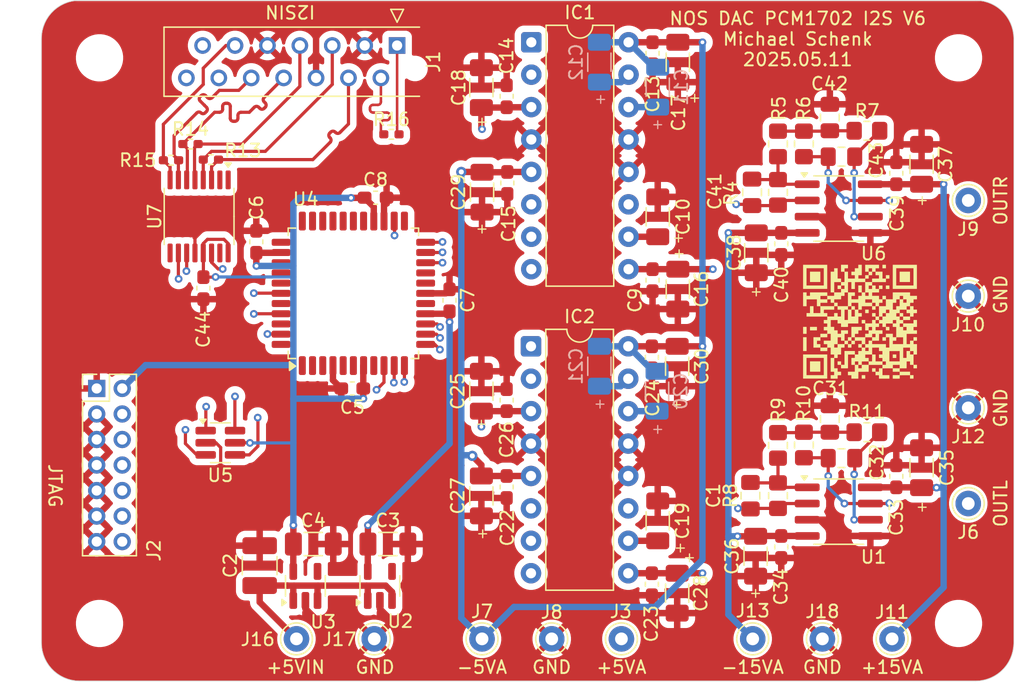
<source format=kicad_pcb>
(kicad_pcb (version 20241229) (generator "pcbnew") (generator_version "9.0")
  (layers (0 "F.Cu" mixed) (4 "In1.Cu" signal) (6 "In2.Cu" signal) (2 "B.Cu" mixed) (13 "F.Paste" user) (15 "B.Paste" user) (5 "F.SilkS" user "F.Silkscreen") (7 "B.SilkS" user "B.Silkscreen") (1 "F.Mask" user) (3 "B.Mask" user) (25 "Edge.Cuts" user))
  (net 0 "")
  (net 1 "GND")
  (net 2 "+3V3")
  (net 3 "+1V8")
  (net 4 "Net-(IC2-IOUT)")
  (net 5 "JTAG_TCK")
  (net 6 "JTAG_TDO")
  (net 7 "JTAG_TDI")
  (net 8 "JTAG_TMS")
  (net 10 "BCK")
  (net 11 "LRCK")
  (net 12 "DATAIN")
  (net 13 "DATAOUTR")
  (net 14 "DATAOUTL")
  (net 15 "+5VA")
  (net 16 "Net-(J16-Pin_1)")
  (net 17 "-5VA")
  (net 18 "Net-(IC1-BPO)")
  (net 19 "Net-(IC1-SERV)")
  (net 20 "-15V")
  (net 21 "+15V")
  (net 22 "Net-(IC1-REF)")
  (net 23 "Net-(IC2-BPO)")
  (net 24 "Net-(IC2-SERV)")
  (net 25 "LEOUTR")
  (net 26 "CLKOUTR")
  (net 27 "LEOUTL")
  (net 28 "CLKOUTL")
  (net 29 "Net-(C1-Pad2)")
  (net 30 "Net-(IC2-REF)")
  (net 31 "Net-(C31-Pad1)")
  (net 32 "Net-(U1B--)")
  (net 33 "Net-(J6-Pin_1)")
  (net 34 "Net-(C41-Pad2)")
  (net 35 "Net-(IC1-IOUT)")
  (net 36 "Net-(C42-Pad1)")
  (net 37 "Net-(J9-Pin_1)")
  (net 38 "Net-(U6B--)")
  (net 43 "SDA")
  (net 44 "SCL")
  (net 45 "/BCLK+")
  (net 46 "RESET")
  (net 47 "/MCLK-")
  (net 48 "/DATAIN-")
  (net 49 "/LRCLK+")
  (net 50 "/BCLK-")
  (net 51 "/LRCLK-")
  (net 52 "/MCLK+")
  (net 53 "/DATAIN+")
  (footprint "MountingHole:MountingHole_3.2mm_M3" (layer "F.Cu") (at 113.03 66.04)
    (property "Reference" "H1" (hide yes))
    (property "Value" "MountingHole")
  )
  (footprint "MountingHole:MountingHole_3.2mm_M3" (layer "F.Cu") (at 113.03 110.363)
    (property "Reference" "H4" (hide yes))
    (property "Value" "MountingHole")
  )
  (footprint "MountingHole:MountingHole_3.2mm_M3" (layer "F.Cu") (at 180.34 110.363)
    (property "Reference" "H3" (hide yes))
    (property "Value" "MountingHole")
  )
  (footprint "MountingHole:MountingHole_3.2mm_M3" (layer "F.Cu") (at 180.34 66.04)
    (property "Reference" "H2" (hide yes))
    (property "Value" "MountingHole")
  )
  (footprint "Capacitor_SMD:C_0603_1608Metric_Pad1.08x0.95mm_HandSolder" (layer "F.Cu") (at 132.8344 91.948)
    (property "Reference" "C5")
    (property "Value" "1uF")
  )
  (footprint "Package_QFP:TQFP-44_10x10mm_P0.8mm" (layer "F.Cu") (at 132.9199 84.4936 90)
    (property "Reference" "U4")
    (property "Value" "XC2C64A-xVQ44")
  )
  (footprint "Capacitor_SMD:C_0603_1608Metric_Pad1.08x0.95mm_HandSolder" (layer "F.Cu") (at 125.3149 80.4559 -90)
    (property "Reference" "C6")
    (property "Value" "1uF")
  )
  (footprint "Capacitor_SMD:C_0603_1608Metric_Pad1.08x0.95mm_HandSolder" (layer "F.Cu") (at 140.4533 85.0403 -90)
    (property "Reference" "C7")
    (property "Value" "1uF")
  )
  (footprint "Capacitor_SMD:C_0603_1608Metric_Pad1.08x0.95mm_HandSolder" (layer "F.Cu") (at 134.661 77.0004 180)
    (property "Reference" "C8")
    (property "Value" "1uF")
  )
  (footprint "Connector_PinHeader_2.00mm:PinHeader_2x07_P2.00mm_Vertical" (layer "F.Cu") (at 112.808 91.948)
    (property "Reference" "J2")
    (property "Value" "Conn_02x07_Odd_Even")
  )
  (footprint "Package_TO_SOT_SMD:SC-74-6_1.55x2.9mm_P0.95mm" (layer "F.Cu") (at 122.497 96.2025)
    (property "Reference" "U5")
    (property "Value" "CM1293A−04SO")
  )
  (footprint "Connector_Pin:Pin_D1.0mm_L10.0mm" (layer "F.Cu") (at 181.102 84.709)
    (property "Reference" "J10")
    (property "Value" "GND")
  )
  (footprint "Connector_Pin:Pin_D1.0mm_L10.0mm" (layer "F.Cu") (at 175.133 111.5695)
    (property "Reference" "J11")
    (property "Value" "+15VAIN")
  )
  (footprint "Connector_Pin:Pin_D1.0mm_L10.0mm" (layer "F.Cu") (at 164.211 111.5695)
    (property "Reference" "J13")
    (property "Value" "-15VAIN")
  )
  (footprint "Connector_Pin:Pin_D1.0mm_L10.0mm" (layer "F.Cu") (at 169.672 111.5695)
    (property "Reference" "J18")
    (property "Value" "GND")
  )
  (footprint "Capacitor_SMD:C_1206_3216Metric_Pad1.33x1.80mm_HandSolder" (layer "F.Cu") (at 156.7688 102.3235 90)
    (property "Reference" "C19")
    (property "Value" "100uF")
  )
  (footprint "Package_DIP:DIP-16_W7.62mm" (layer "F.Cu") (at 146.838299 88.646)
    (property "Reference" "IC2")
    (property "Value" "PCM1702P")
  )
  (footprint "Connector_Pin:Pin_D1.0mm_L10.0mm" (layer "F.Cu") (at 181.102 100.965)
    (property "Reference" "J6")
    (property "Value" "OUT")
  )
  (footprint "Connector_Pin:Pin_D1.0mm_L10.0mm" (layer "F.Cu") (at 181.102 93.472)
    (property "Reference" "J12")
    (property "Value" "GND")
  )
  (footprint "Capacitor_SMD:C_0805_2012Metric_Pad1.18x1.45mm_HandSolder" (layer "F.Cu") (at 164.0332 100.3515 90)
    (property "Reference" "C1")
    (property "Value" "47p")
  )
  (footprint "Capacitor_SMD:C_0805_2012Metric_Pad1.18x1.45mm_HandSolder" (layer "F.Cu") (at 170.2562 94.3395 90)
    (property "Reference" "C31")
    (property "Value" "1n")
  )
  (footprint "Capacitor_SMD:C_0805_2012Metric_Pad1.18x1.45mm_HandSolder" (layer "F.Cu") (at 171.1667 97.409)
    (property "Reference" "C32")
    (property "Value" "270p")
  )
  (footprint "Capacitor_SMD:C_1206_3216Metric_Pad1.33x1.80mm_HandSolder" (layer "F.Cu") (at 177.4444 98.1579 90)
    (property "Reference" "C35")
    (property "Value" "10uF/25V")
  )
  (footprint "Capacitor_SMD:C_1206_3216Metric_Pad1.33x1.80mm_HandSolder" (layer "F.Cu") (at 164.4396 105.0929 90)
    (property "Reference" "C36")
    (property "Value" "10uF/25V")
  )
  (footprint "Resistor_SMD:R_0805_2012Metric_Pad1.20x1.40mm_HandSolder" (layer "F.Cu") (at 166.1922 100.346 -90)
    (property "Reference" "R8")
    (property "Value" "2.5k")
  )
  (footprint "Resistor_SMD:R_0805_2012Metric_Pad1.20x1.40mm_HandSolder" (layer "F.Cu") (at 166.1922 96.409 -90)
    (property "Reference" "R9")
    (property "Value" "4.7k")
  )
  (footprint "Resistor_SMD:R_0805_2012Metric_Pad1.20x1.40mm_HandSolder" (layer "F.Cu") (at 168.2242 96.377 -90)
    (property "Reference" "R10")
    (property "Value" "4.7k")
  )
  (footprint "Resistor_SMD:R_0805_2012Metric_Pad1.20x1.40mm_HandSolder" (layer "F.Cu") (at 173.1612 95.377 180)
    (property "Reference" "R11")
    (property "Value" "2k")
  )
  (footprint "Capacitor_SMD:C_0603_1608Metric_Pad1.08x0.95mm_HandSolder" (layer "F.Cu") (at 175.4632 98.8325 90)
    (property "Reference" "C33")
    (property "Value" "1uF")
  )
  (footprint "Capacitor_SMD:C_0603_1608Metric_Pad1.08x0.95mm_HandSolder" (layer "F.Cu") (at 166.4462 104.3675 90)
    (property "Reference" "C34")
    (property "Value" "1uF")
  )
  (footprint "Package_SO:SOIC-8_3.9x4.9mm_P1.27mm" (layer "F.Cu") (at 170.9562 101.6)
    (property "Reference" "U1")
    (property "Value" "OPA1612")
  )
  (footprint "Capacitor_SMD:C_1206_3216Metric_Pad1.33x1.80mm_HandSolder" (layer "F.Cu") (at 142.9512 92.1635 90)
    (property "Reference" "C25")
    (property "Value" "10uF/10V")
  )
  (footprint "Capacitor_SMD:C_1206_3216Metric_Pad1.33x1.80mm_HandSolder" (layer "F.Cu") (at 142.9512 100.3685 90)
    (property "Reference" "C27")
    (property "Value" "10uF/10V")
  )
  (footprint "Capacitor_SMD:C_1206_3216Metric_Pad1.33x1.80mm_HandSolder" (layer "F.Cu") (at 158.2928 107.9885 -90)
    (property "Reference" "C28")
    (property "Value" "10uF/25V")
  )
  (footprint "Capacitor_SMD:C_1206_3216Metric_Pad1.33x1.80mm_HandSolder" (layer "F.Cu") (at 158.2928 90.2085 90)
    (property "Reference" "C30")
    (property "Value" "10uF/25V")
  )
  (footprint "Capacitor_SMD:C_1206_3216Metric_Pad1.33x1.80mm_HandSolder" (layer "F.Cu") (at 158.3436 84.1633 -90)
    (property "Reference" "C16")
    (property "Value" "10uF/10V")
  )
  (footprint "Capacitor_SMD:C_1206_3216Metric_Pad1.33x1.80mm_HandSolder" (layer "F.Cu") (at 158.3436 66.3833 90)
    (property "Reference" "C17")
    (property "Value" "10uF/10V")
  )
  (footprint "Capacitor_SMD:C_1206_3216Metric_Pad1.33x1.80mm_HandSolder" (layer "F.Cu") (at 142.9512 68.3744 90)
    (property "Reference" "C18")
    (property "Value" "10uF/10V")
  )
  (footprint "Capacitor_SMD:C_1206_3216Metric_Pad1.33x1.80mm_HandSolder" (layer "F.Cu") (at 143.002 76.5679 90)
    (property "Reference" "C29")
    (property "Value" "10uF/25V")
  )
  (footprint "Capacitor_SMD:C_1206_3216Metric_Pad1.33x1.80mm_HandSolder" (layer "F.Cu") (at 177.4444 74.3835 90)
    (property "Reference" "C37")
    (property "Value" "10uF/25V")
  )
  (footprint "Resistor_SMD:R_0805_2012Metric_Pad1.20x1.40mm_HandSolder" (layer "F.Cu") (at 173.1612 71.755 180)
    (property "Reference" "R7")
    (property "Value" "2k")
  )
  (footprint "Resistor_SMD:R_0805_2012Metric_Pad1.20x1.40mm_HandSolder" (layer "F.Cu") (at 166.1922 76.581 -90)
    (property "Reference" "R4")
    (property "Value" "2.5k")
  )
  (footprint "Capacitor_SMD:C_0603_1608Metric_Pad1.08x0.95mm_HandSolder" (layer "F.Cu") (at 156.3624 83.4633 -90)
    (property "Reference" "C9")
    (property "Value" "1uF")
  )
  (footprint "Capacitor_SMD:C_0603_1608Metric_Pad1.08x0.95mm_HandSolder" (layer "F.Cu") (at 144.9324 92.8635 90)
    (property "Reference" "C26")
    (property "Value" "1uF")
  )
  (footprint "Capacitor_SMD:C_0603_1608Metric_Pad1.08x0.95mm_HandSolder" (layer "F.Cu") (at 156.3116 89.5085 -90)
    (property "Reference" "C24")
    (property "Value" "1uF")
  )
  (footprint "Package_SO:SOIC-8_3.9x4.9mm_P1.27mm" (layer "F.Cu") (at 170.9547 77.851)
    (property "Reference" "U6")
    (property "Value" "OPA1612")
  )
  (footprint "Capacitor_SMD:C_0603_1608Metric_Pad1.08x0.95mm_HandSolder" (layer "F.Cu") (at 156.3116 107.2885 -90)
    (property "Reference" "C23")
    (property "Value" "1uF")
  )
  (footprint "Capacitor_SMD:C_0603_1608Metric_Pad1.08x0.95mm_HandSolder" (layer "F.Cu") (at 144.9324 99.6685 -90)
    (property "Reference" "C22")
    (property "Value" "1uF")
  )
  (footprint "Capacitor_SMD:C_0603_1608Metric_Pad1.08x0.95mm_HandSolder" (layer "F.Cu") (at 144.9832 75.8455 -90)
    (property "Reference" "C15")
    (property "Value" "1uF")
  )
  (footprint "Capacitor_SMD:C_0603_1608Metric_Pad1.08x0.95mm_HandSolder" (layer "F.Cu") (at 144.9324 69.051 90)
    (property "Reference" "C14")
    (property "Value" "1uF")
  )
  (footprint "Capacitor_SMD:C_0805_2012Metric_Pad1.18x1.45mm_HandSolder" (layer "F.Cu") (at 171.1667 73.787)
    (property "Reference" "C43")
    (property "Value" "270p")
  )
  (footprint "Resistor_SMD:R_0805_2012Metric_Pad1.20x1.40mm_HandSolder" (layer "F.Cu") (at 166.1922 72.787 -90)
    (property "Reference" "R5")
    (property "Value" "4.7k")
  )
  (footprint "Capacitor_SMD:C_0805_2012Metric_Pad1.18x1.45mm_HandSolder" (layer "F.Cu") (at 170.2562 70.7175 90)
    (property "Reference" "C42")
    (property "Value" "1n")
  )
  (footprint "Resistor_SMD:R_0805_2012Metric_Pad1.20x1.40mm_HandSolder" (layer "F.Cu") (at 168.2242 72.787 -90)
    (property "Reference" "R6")
    (property "Value" "4.7k")
  )
  (footprint "Capacitor_SMD:C_0805_2012Metric_Pad1.18x1.45mm_HandSolder" (layer "F.Cu") (at 164.1602 76.581 90)
    (property "Reference" "C41")
    (property "Value" "47p")
  )
  (footprint "Capacitor_SMD:C_0603_1608Metric_Pad1.08x0.95mm_HandSolder" (layer "F.Cu") (at 166.4462 80.6185 90)
    (property "Reference" "C40")
    (property "Value" "1uF")
  )
  (footprint "Capacitor_SMD:C_0603_1608Metric_Pad1.08x0.95mm_HandSolder" (layer "F.Cu") (at 156.3624 65.6833 -90)
    (property "Reference" "C13")
    (property "Value" "1uF")
  )
  (footprint "Capacitor_SMD:C_0603_1608Metric_Pad1.08x0.95mm_HandSolder" (layer "F.Cu") (at 175.4632 75.0835 90)
    (property "Reference" "C39")
    (property "Value" "1uF")
  )
  (footprint "Capacitor_SMD:C_1206_3216Metric_Pad1.33x1.80mm_HandSolder" (layer "F.Cu") (at 164.4904 81.3185 90)
    (property "Reference" "C38")
    (property "Value" "10uF/25V")
  )
  (footprint "Package_DIP:DIP-16_W7.62mm" (layer "F.Cu") (at 146.8628 64.821001)
    (property "Reference" "IC1")
    (property "Value" "PCM1702P")
  )
  (footprint "Capacitor_SMD:C_1206_3216Metric_Pad1.33x1.80mm_HandSolder" (layer "F.Cu") (at 156.7688 78.4983 90)
    (property "Reference" "C10")
    (property "Value" "100uF")
  )
  (footprint "Connector_Pin:Pin_D1.0mm_L10.0mm" (layer "F.Cu") (at 153.924 111.5695)
    (property "Reference" "J3")
    (property "Value" "+5VAIN")
  )
  (footprint "Connector_Pin:Pin_D1.0mm_L10.0mm" (layer "F.Cu") (at 143.002 111.5695)
    (property "Reference" "J7")
    (property "Value" "-5VAIN")
  )
  (footprint "Connector_Pin:Pin_D1.0mm_L10.0mm" (layer "F.Cu") (at 148.463 111.5695)
    (property "Reference" "J8")
    (property "Value" "GND")
  )
  (footprint "Connector_Pin:Pin_D1.0mm_L10.0mm" (layer "F.Cu") (at 181.102 77.216)
    (property "Reference" "J9")
    (property "Value" "OUT")
  )
  (footprint "Connector_Pin:Pin_D1.0mm_L10.0mm" (layer "F.Cu") (at 128.4605 111.5695)
    (property "Reference" "J16")
    (property "Value" "+5VIN")
  )
  (footprint "Connector_Pin:Pin_D1.0mm_L10.0mm" (layer "F.Cu") (at 134.5565 111.5695)
    (property "Reference" "J17")
    (property "Value" "GND")
  )
  (footprint "Package_TO_SOT_SMD:SOT-23-5" (layer "F.Cu") (at 134.9985 107.4215 90)
    (property "Reference" "U2")
    (property "Value" "TC1185-1.8VCT713")
  )
  (footprint "Package_TO_SOT_SMD:SOT-23-5" (layer "F.Cu") (at 129.1615 107.4215 90)
    (property "Reference" "U3")
    (property "Value" "TC1185-3.3VCT713")
  )
  (footprint "Capacitor_SMD:C_1210_3225Metric_Pad1.33x2.70mm_HandSolder" (layer "F.Cu") (at 125.5776 105.8287 90)
    (property "Reference" "C2")
    (property "Value" "22uF/25V")
  )
  (footprint "Capacitor_SMD:C_1206_3216Metric_Pad1.33x1.80mm_HandSolder" (layer "F.Cu") (at 135.6237 104.14)
    (property "Reference" "C3")
    (property "Value" "10uF/50V")
  )
  (footprint "Capacitor_SMD:C_1206_3216Metric_Pad1.33x1.80mm_HandSolder" (layer "F.Cu") (at 129.7817 104.14)
    (property "Reference" "C4")
    (property "Value" "10uF/50V")
  )
  (footprint "Resistor_SMD:R_0402_1005Metric_Pad0.72x0.64mm_HandSolder" (layer "F.Cu") (at 120.1541 72.7964)
    (property "Reference" "R14")
    (property "Value" "100R")
  )
  (footprint "Resistor_SMD:R_0402_1005Metric_Pad0.72x0.64mm_HandSolder" (layer "F.Cu") (at 121.7555 74.0156)
    (property "Reference" "R13")
    (property "Value" "100R")
  )
  (footprint "LOGO" (layer "F.Cu") (at 172.6184 86.7156)
    (property "Reference" "G***" (hide yes))
    (property "Value" "LOGO" (hide yes))
  )
  (footprint "Resistor_SMD:R_0402_1005Metric_Pad0.72x0.64mm_HandSolder" (layer "F.Cu") (at 135.9021 72.0344)
    (property "Reference" "R16")
    (property "Value" "100R")
  )
  (footprint "Connector_TE-Connectivity:TE_Micro-MaTch_1-215079-4_2x07_P1.27mm_Vertical" (layer "F.Cu") (at 136.3472 65.0748 -90)
    (property "Reference" "J1")
    (property "Value" "Conn_01x15")
  )
  (footprint "Capacitor_SMD:C_0603_1608Metric_Pad1.08x0.95mm_HandSolder" (layer "F.Cu") (at 121.1684 84.0883 90)
    (property "Reference" "C44")
    (property "Value" "1uF")
  )
  (footprint "Resistor_SMD:R_0402_1005Metric_Pad0.72x0.64mm_HandSolder" (layer "F.Cu") (at 118.6301 74.0664)
    (property "Reference" "R15")
    (property "Value" "100R")
  )
  (footprint "Package_SO:TSSOP-16_4.4x5mm_P0.65mm" (layer "F.Cu") (at 120.833 78.4683 -90)
    (property "Reference" "U7")
    (property "Value" "FIN1048MTCX")
  )
  (footprint "Capacitor_SMD:C_1206_3216Metric_Pad1.33x1.80mm_HandSolder" (layer "B.Cu") (at 156.718 92.1635 90)
    (property "Reference" "C20")
    (property "Value" "100uF")
  )
  (footprint "Capacitor_SMD:C_1206_3216Metric_Pad1.33x1.80mm_HandSolder" (layer "B.Cu") (at 152.1968 90.2085 90)
    (property "Reference" "C21")
    (property "Value" "100uF")
  )
  (footprint "Capacitor_SMD:C_1206_3216Metric_Pad1.33x1.80mm_HandSolder" (layer "B.Cu") (at 156.7688 68.3383 90)
    (property "Reference" "C11")
    (property "Value" "100uF")
  )
  (footprint "Capacitor_SMD:C_1206_3216Metric_Pad1.33x1.80mm_HandSolder" (layer "B.Cu") (at 152.1968 66.3833 90)
    (property "Reference" "C12")
    (property "Value" "100uF")
  )
  (gr_arc (start 181.67308 61.53388) (mid 183.7944 62.41256) (end 184.67308 64.53388) (stroke (width 0.05)) (layer "Edge.Cuts"))
  (gr_arc (start 111.47308 114.87388) (mid 109.35176 113.9952) (end 108.47308 111.87388) (stroke (width 0.05)) (layer "Edge.Cuts"))
  (gr_arc (start 184.67308 111.87388) (mid 183.7944 113.9952) (end 181.67308 114.87388) (stroke (width 0.05)) (layer "Edge.Cuts"))
  (gr_line (start 184.67308 64.53388) (end 184.67308 111.87388) (stroke (width 0.05)) (layer "Edge.Cuts"))
  (gr_line (start 181.67308 114.87388) (end 111.47308 114.87388) (stroke (width 0.05)) (layer "Edge.Cuts"))
  (gr_line (start 111.47308 61.53388) (end 181.67308 61.53388) (stroke (width 0.05)) (layer "Edge.Cuts"))
  (gr_line (start 108.47308 111.87388) (end 108.47308 64.53388) (stroke (width 0.05)) (layer "Edge.Cuts"))
  (gr_arc (start 108.47308 64.53388) (mid 109.35176 62.41256) (end 111.47308 61.53388) (stroke (width 0.05)) (layer "Edge.Cuts"))
  (gr_text "I2SIN" (at 127.9652 62.4332 180) (layer "F.SilkS") (effects (font (size 1 1))))
  (gr_text "GND" (at 148.463 113.792 0) (layer "F.SilkS") (effects (font (size 1 1))))
  (gr_text "+5VA" (at 153.924 113.792 0) (layer "F.SilkS") (effects (font (size 1 1))))
  (gr_text "GND" (at 169.672 113.792 0) (layer "F.SilkS") (effects (font (size 1 1))))
  (gr_text "-15VA" (at 164.211 113.792 0) (layer "F.SilkS") (effects (font (size 1 1))))
  (gr_text "+15VA" (at 175.133 113.792 0) (layer "F.SilkS") (effects (font (size 1 1))))
  (gr_text "JTAG" (at 109.5375 99.568 270) (layer "F.SilkS") (effects (font (size 1 1))))
  (gr_text "-5VA" (at 143.002 113.792 0) (layer "F.SilkS") (effects (font (size 1 1))))
  (gr_text "NOS DAC PCM1702 I2S V6\nMichael Schenk\n2025.05.11" (at 167.7416 64.5668 0) (layer "F.SilkS") (effects (font (size 1 1))))
  (gr_text "GND" (at 183.642 84.582 90) (layer "F.SilkS") (effects (font (size 1 1))))
  (gr_text "OUTR" (at 183.642 77.216 90) (layer "F.SilkS") (effects (font (size 1 1))))
  (gr_text "GND" (at 183.642 93.472 90) (layer "F.SilkS") (effects (font (size 1 1))))
  (gr_text "OUTL" (at 183.642 100.965 90) (layer "F.SilkS") (effects (font (size 1 1))))
  (gr_text "GND" (at 134.62 113.792 0) (layer "F.SilkS") (effects (font (size 1 1))))
  (gr_text "+" (at 164.4904 84.328 0) (layer "F.SilkS") (effects (font (size 0.8 0.8) (thickness 0.1))))
  (gr_text "+" (at 177.4952 101.1936 0) (layer "F.SilkS") (effects (font (size 0.8 0.8) (thickness 0.1))))
  (gr_text "+" (at 143.002 71.0184 0) (layer "F.SilkS") (effects (font (size 0.8 0.8) (thickness 0.1))))
  (gr_text "+" (at 159.258 105.156 0) (layer "F.SilkS") (effects (font (size 0.8 0.8) (thickness 0.1))))
  (gr_text "+" (at 158.4452 81.3308 0) (layer "F.SilkS") (effects (font (size 0.8 0.8) (thickness 0.1))))
  (gr_text "+" (at 159.6644 69.1388 0) (layer "F.SilkS") (effects (font (size 0.8 0.8) (thickness 0.1))))
  (gr_text "+" (at 158.5468 104.394 0) (layer "F.SilkS") (effects (font (size 0.8 0.8) (thickness 0.1))))
  (gr_text "+" (at 158.249745 93.1672 0) (layer "F.SilkS") (effects (font (size 0.8 0.8) (thickness 0.1))))
  (gr_text "+" (at 143.002 79.4004 0) (layer "F.SilkS") (effects (font (size 0.8 0.8) (thickness 0.1))))
  (gr_text "+" (at 158.3944 80.1116 0) (layer "F.SilkS") (effects (font (size 0.8 0.8) (thickness 0.1))))
  (gr_text "+" (at 177.4952 77.1652 0) (layer "F.SilkS") (effects (font (size 0.8 0.8) (thickness 0.1))))
  (gr_text "+5VIN" (at 128.397 113.792 0) (layer "F.SilkS") (effects (font (size 1 1))))
  (gr_text "+" (at 142.9512 94.6912 0) (layer "F.SilkS") (effects (font (size 0.8 0.8) (thickness 0.1))))
  (gr_text "+" (at 143.0528 103.2764 0) (layer "F.SilkS") (effects (font (size 0.8 0.8) (thickness 0.1))))
  (gr_text "+" (at 164.4396 107.95 0) (layer "F.SilkS") (effects (font (size 0.8 0.8) (thickness 0.1))))
  (gr_text "+" (at 152.2984 69.2404 -0) (layer "B.SilkS") (effects (font (size 0.8 0.8) (thickness 0.1)) (justify mirror)))
  (gr_text "+" (at 156.7688 71.2216 -0) (layer "B.SilkS") (effects (font (size 0.8 0.8) (thickness 0.1)) (justify mirror)))
  (gr_text "+" (at 156.7688 95.0976 -0) (layer "B.SilkS") (effects (font (size 0.8 0.8) (thickness 0.1)) (justify mirror)))
  (gr_text "+" (at 152.2476 93.1164 -0) (layer "B.SilkS") (effects (font (size 0.8 0.8) (thickness 0.1)) (justify mirror)))
  (segment (start 129.1615 109.1971) (end 130.302 110.3376) (width 0.5) (layer "F.Cu") (net 1))
  (segment (start 121.347 96.2025) (end 122.146999 96.2025) (width 0.25) (layer "F.Cu") (net 1))
  (segment (start 120.508 79.4108) (end 119.7356 78.6384) (width 0.25) (layer "F.Cu") (net 1))
  (segment (start 122.521 96.576501) (end 122.521 98.5434) (width 0.25) (layer "F.Cu") (net 1))
  (segment (start 134.9985 108.559) (end 134.9985 109.221499) (width 0.5) (layer "F.Cu") (net 1))
  (segment (start 135.759001 109.982) (end 136.398 109.982) (width 0.5) (layer "F.Cu") (net 1))
  (segment (start 140.1375 84.4936) (end 140.4533 84.1778) (width 0.5) (layer "F.Cu") (net 1))
  (segment (start 130.302 110.3376) (end 130.3528 110.3376) (width 0.5) (layer "F.Cu") (net 1))
  (segment (start 129.1615 108.559) (end 129.1615 109.1971) (width 0.5) (layer "F.Cu") (net 1))
  (segment (start 169.454699 78.486) (end 170.7388 79.770101) (width 0.5) (layer "F.Cu") (net 1))
  (segment (start 131.3199 90.1561) (end 131.3199 91.296) (width 0.5) (layer "F.Cu") (net 1))
  (segment (start 168.4797 78.486) (end 169.454699 78.486) (width 0.5) (layer "F.Cu") (net 1))
  (segment (start 168.4812 102.235) (end 169.456199 102.235) (width 0.5) (layer "F.Cu") (net 1))
  (segment (start 122.146999 96.2025) (end 122.521 96.576501) (width 0.25) (layer "F.Cu") (net 1))
  (segment (start 140.4533 84.1778) (end 142.441 84.1778) (width 0.5) (layer "F.Cu") (net 1))
  (segment (start 138.5824 84.4936) (end 140.1375 84.4936) (width 0.5) (layer "F.Cu") (net 1))
  (segment (start 134.9985 109.221499) (end 135.759001 109.982) (width 0.5) (layer "F.Cu") (net 1))
  (segment (start 171.0944 103.873201) (end 171.0944 105.0036) (width 0.5) (layer "F.Cu") (net 1))
  (segment (start 169.456199 102.235) (end 171.0944 103.873201) (width 0.5) (layer "F.Cu") (net 1))
  (segment (start 131.3199 91.296) (end 131.9719 91.948) (width 0.5) (layer "F.Cu") (net 1))
  (segment (start 135.3199 78.8311) (end 135.3199 77.204) (width 0.5) (layer "F.Cu") (net 1))
  (segment (start 170.7388 79.770101) (end 170.7388 81.026) (width 0.5) (layer "F.Cu") (net 1))
  (segment (start 142.441 84.1778) (end 142.5448 84.074) (width 0.5) (layer "F.Cu") (net 1))
  (segment (start 129.9972 63.1952) (end 130.302 62.8904) (width 0.5) (layer "F.Cu") (net 1))
  (segment (start 122.521 98.5434) (end 122.5296 98.552) (width 0.25) (layer "F.Cu") (net 1))
  (segment (start 135.3199 77.204) (end 135.5235 77.0004) (width 0.5) (layer "F.Cu") (net 1))
  (segment (start 120.508 81.3308) (end 120.508 79.4108) (width 0.25) (layer "F.Cu") (net 1))
  (segment (start 129.9972 67.6148) (end 129.9972 63.1952) (width 0.5) (layer "F.Cu") (net 1))
  (segment (start 121.487301 80.264) (end 122.778699 80.264) (width 0.25) (layer "F.Cu") (net 2))
  (segment (start 125.3149 81.3184) (end 127.2326 81.3184) (width 0.5) (layer "F.Cu") (net 2))
  (segment (start 121.1684 83.2258) (end 122.1078 83.2258) (width 0.25) (layer "F.Cu") (net 2))
  (segment (start 122.1078 83.2258) (end 122.1232 83.2104) (width 0.25) (layer "F.Cu") (net 2))
  (segment (start 133.6969 91.948) (end 133.6969 92.739303) (width 0.5) (layer "F.Cu") (net 2))
  (segment (start 128.2115 106.284) (end 128.2115 104.1477) (width 0.5) (layer "F.Cu") (net 2))
  (segment (start 123.647 96.2025) (end 124.8029 96.2025) (width 0.25) (layer "F.Cu") (net 2))
  (segment (start 123.108 80.593301) (end 123.108 81.3308) (width 0.25) (layer "F.Cu") (net 2))
  (segment (start 121.158 80.593301) (end 121.487301 80.264) (width 0.25) (layer "F.Cu") (net 2))
  (segment (start 121.1684 81.3412) (end 121.158 81.3308) (width 0.25) (layer "F.Cu") (net 2))
  (segment (start 134.5199 78.8311) (end 134.5199 77.7218) (width 0.5) (layer "F.Cu") (net 2))
  (segment (start 134.5199 77.7218) (end 133.7985 77.0004) (width 0.5) (layer "F.Cu") (net 2))
  (segment (start 124.8029 96.2025) (end 124.8156 96.2152) (width 0.25) (layer "F.Cu") (net 2))
  (segment (start 125.3149 81.3184) (end 125.3149 82.3381) (width 0.5) (layer "F.Cu") (net 2))
  (segment (start 125.3149 82.3381) (end 125.3236 82.3468) (width 0.5) (layer "F.Cu") (net 2))
  (segment (start 133.6969 92.739303) (end 133.7056 92.748003) (width 0.5) (layer "F.Cu") (net 2))
  (segment (start 133.6969 91.948) (end 133.6969 90.1791) (width 0.5) (layer "F.Cu") (net 2))
  (segment (start 128.2115 104.1477) (end 128.2192 104.14) (width 0.5) (layer "F.Cu") (net 2))
  (segment (start 133.7861 77.0128) (end 133.7985 77.0004) (width 0.5) (layer "F.Cu") (net 2))
  (segment (start 133.6969 90.1791) (end 133.7199 90.1561) (width 0.5) (layer "F.Cu") (net 2))
  (segment (start 132.7404 77.0128) (end 133.7861 77.0128) (width 0.5) (layer "F.Cu") (net 2))
  (segment (start 122.778699 80.264) (end 123.108 80.593301) (width 0.25) (layer "F.Cu") (net 2))
  (segment (start 128.2192 104.14) (end 128.2192 102.6668) (width 0.5) (layer "F.Cu") (net 2))
  (segment (start 127.2326 81.3184) (end 127.2574 81.2936) (width 0.5) (layer "F.Cu") (net 2))
  (segment (start 121.1684 83.2258) (end 121.1684 81.3412) (width 0.25) (layer "F.Cu") (net 2))
  (segment (start 121.158 81.3308) (end 121.158 80.593301) (width 0.25) (layer "F.Cu") (net 2))
  (via (at 125.3236 82.3468) (size 0.6) (drill 0.3) (layers "F.Cu" "B.Cu") (net 2))
  (via (at 122.1232 83.2104) (size 0.6) (drill 0.3) (layers "F.Cu" "B.Cu") (net 2))
  (via (at 124.8156 96.2152) (size 0.6) (drill 0.3) (layers "F.Cu" "B.Cu") (net 2))
  (via (at 133.7056 92.748003) (size 0.6) (drill 0.3) (layers "F.Cu" "B.Cu") (net 2))
  (via (at 132.7404 77.0128) (size 0.6) (drill 0.3) (layers "F.Cu" "B.Cu") (net 2))
  (via (at 128.2192 102.6668) (size 0.6) (drill 0.3) (layers "F.Cu" "B.Cu") (net 2))
  (segment (start 125.3236 82.3468) (end 128.2192 82.3468) (width 0.5) (layer "B.Cu") (net 2))
  (segment (start 128.6764 77.0128) (end 132.7404 77.0128) (width 0.5) (layer "B.Cu") (net 2))
  (segment (start 128.2192 83.2104) (end 128.2192 82.3468) (width 0.5) (layer "B.Cu") (net 2))
  (segment (start 122.1232 83.2104) (end 128.2192 83.2104) (width 0.25) (layer "B.Cu") (net 2))
  (segment (start 116.6368 90.1192) (end 128.2192 90.1192) (width 0.5) (layer "B.Cu") (net 2))
  (segment (start 128.2192 77.47) (end 128.6764 77.0128) (width 0.5) (layer "B.Cu") (net 2))
  (segment (start 128.231997 92.748003) (end 128.2192 92.7608) (width 0.5) (layer "B.Cu") (net 2))
  (segment (start 128.2192 92.7608) (end 128.2192 90.1192) (width 0.5) (layer "B.Cu") (net 2))
  (segment (start 133.7056 92.748003) (end 128.231997 92.748003) (width 0.5) (layer "B.Cu") (net 2))
  (segment (start 128.2192 102.6668) (end 128.2192 96.2152) (width 0.5) (layer "B.Cu") (net 2))
  (segment (start 114.808 91.948) (end 116.6368 90.1192) (width 0.5) (layer "B.Cu") (net 2))
  (segment (start 124.8156 96.2152) (end 128.2192 96.2152) (width 0.25) (layer "B.Cu") (net 2))
  (segment (start 128.2192 82.3468) (end 128.2192 77.47) (width 0.5) (layer "B.Cu") (net 2))
  (segment (start 128.2192 90.1192) (end 128.2192 83.2104) (width 0.5) (layer "B.Cu") (net 2))
  (segment (start 128.2192 96.2152) (end 128.2192 92.7608) (width 0.5) (layer "B.Cu") (net 2))
  (segment (start 134.0485 104.1527) (end 134.0612 104.14) (width 0.5) (layer "F.Cu") (net 3))
  (segment (start 140.2625 86.0936) (end 140.4533 85.9028) (width 0.5) (layer "F.Cu") (net 3))
  (segment (start 134.0612 104.14) (end 134.0612 102.6668) (width 0.5) (layer "F.Cu") (net 3))
  (segment (start 140.4533 85.9028) (end 140.4533 86.743823) (width 0.5) (layer "F.Cu") (net 3))
  (segment (start 134.0485 106.284) (end 134.0485 104.1527) (width 0.5) (layer "F.Cu") (net 3))
  (segment (start 140.4533 86.743823) (end 140.457004 86.747527) (width 0.5) (layer "F.Cu") (net 3))
  (segment (start 138.5824 86.0936) (end 140.2625 86.0936) (width 0.5) (layer "F.Cu") (net 3))
  (via (at 134.0612 102.6668) (size 0.6) (drill 0.3) (layers "F.Cu" "B.Cu") (net 3))
  (via (at 140.457004 86.747527) (size 0.6) (drill 0.3) (layers "F.Cu" "B.Cu") (net 3))
  (segment (start 134.0612 102.6668) (end 140.462 96.266) (width 0.5) (layer "B.Cu") (net 3))
  (segment (start 140.462 86.752523) (end 140.462 96.266) (width 0.5) (layer "B.Cu") (net 3))
  (segment (start 140.457004 86.747527) (end 140.462 86.752523) (width 0.5) (layer "B.Cu") (net 3))
  (segment (start 166.1922 101.346) (end 164.0762 101.346) (width 0.25) (layer "F.Cu") (net 4))
  (segment (start 164.0762 101.346) (end 164.0332 101.389) (width 0.25) (layer "F.Cu") (net 4))
  (segment (start 168.4812 100.965) (end 166.5732 100.965) (width 0.25) (layer "F.Cu") (net 4))
  (segment (start 166.5732 100.965) (end 166.1922 101.346) (width 0.25) (layer "F.Cu") (net 4))
  (segment (start 163.056 101.346) (end 163.9902 101.346) (width 0.25) (layer "F.Cu") (net 4))
  (segment (start 163.9902 101.346) (end 164.0332 101.389) (width 0.25) (layer "F.Cu") (net 4))
  (via (at 163.056 101.346) (size 0.6) (drill 0.3) (layers "F.Cu" "B.Cu") (net 4))
  (segment (start 124.763598 97.1525) (end 125.4416 96.474498) (width 0.25) (layer "F.Cu") (net 5))
  (segment (start 125.4416 94.2504) (end 125.4252 94.234) (width 0.25) (layer "F.Cu") (net 5))
  (segment (start 125.4416 96.474498) (end 125.4416 94.2504) (width 0.25) (layer "F.Cu") (net 5))
  (segment (start 136.9199 91.4261) (end 136.906 91.44) (width 0.25) (layer "F.Cu") (net 5))
  (segment (start 123.647 97.1525) (end 124.763598 97.1525) (width 0.25) (layer "F.Cu") (net 5))
  (segment (start 136.9199 90.1561) (end 136.9199 91.4261) (width 0.25) (layer "F.Cu") (net 5))
  (via (at 136.906 91.44) (size 0.6) (drill 0.3) (layers "F.Cu" "B.Cu") (net 5))
  (via (at 125.4252 94.234) (size 0.6) (drill 0.3) (layers "F.Cu" "B.Cu") (net 5))
  (segment (start 136.144 79.9592) (end 136.144 78.8552) (width 0.25) (layer "F.Cu") (net 6))
  (segment (start 121.3595 97.1525) (end 120.647 97.1525) (width 0.25) (layer "F.Cu") (net 6))
  (segment (start 119.761 96.2665) (end 119.761 95.1865) (width 0.25) (layer "F.Cu") (net 6))
  (segment (start 136.144 78.8552) (end 136.1199 78.8311) (width 0.25) (layer "F.Cu") (net 6))
  (segment (start 120.647 97.1525) (end 119.761 96.2665) (width 0.25) (layer "F.Cu") (net 6))
  (via (at 136.144 79.9592) (size 0.6) (drill 0.3) (layers "F.Cu" "B.Cu") (net 6))
  (via (at 119.761 95.1865) (size 0.6) (drill 0.3) (layers "F.Cu" "B.Cu") (net 6))
  (segment (start 123.6345 92.583) (end 123.6445 92.573) (width 0.25) (layer "F.Cu") (net 7))
  (segment (start 135.3199 90.1561) (end 135.3199 91.4641) (width 0.25) (layer "F.Cu") (net 7))
  (segment (start 123.6345 95.2525) (end 123.6345 92.583) (width 0.25) (layer "F.Cu") (net 7))
  (segment (start 135.3199 91.4641) (end 134.7344 92.0496) (width 0.25) (layer "F.Cu") (net 7))
  (via (at 134.7344 92.0496) (size 0.6) (drill 0.3) (layers "F.Cu" "B.Cu") (net 7))
  (via (at 123.6445 92.573) (size 0.6) (drill 0.3) (layers "F.Cu" "B.Cu") (net 7))
  (segment (start 136.1199 91.4641) (end 136.0932 91.4908) (width 0.25) (layer "F.Cu") (net 8))
  (segment (start 121.3595 93.3975) (end 121.383997 93.373003) (width 0.25) (layer "F.Cu") (net 8))
  (segment (start 136.1199 90.1561) (end 136.1199 91.4641) (width 0.25) (layer "F.Cu") (net 8))
  (segment (start 121.3595 95.2525) (end 121.3595 93.3975) (width 0.25) (layer "F.Cu") (net 8))
  (via (at 121.383997 93.373003) (size 0.6) (drill 0.3) (layers "F.Cu" "B.Cu") (net 8))
  (via (at 136.0932 91.4908) (size 0.6) (drill 0.3) (layers "F.Cu" "B.Cu") (net 8))
  (segment (start 121.808 82.068299) (end 122.325101 82.5854) (width 0.25) (layer "F.Cu") (net 10))
  (segment (start 122.325101 82.5854) (end 122.682 82.5854) (width 0.25) (layer "F.Cu") (net 10))
  (segment (start 126.1872 87.6808) (end 127.2446 87.6808) (width 0.25) (layer "F.Cu") (net 10))
  (segment (start 121.808 81.3308) (end 121.808 82.068299) (width 0.25) (layer "F.Cu") (net 10))
  (segment (start 127.2446 87.6808) (end 127.2574 87.6936) (width 0.25) (layer "F.Cu") (net 10))
  (via (at 122.682 82.5854) (size 0.6) (drill 0.3) (layers "F.Cu" "B.Cu") (net 10))
  (via (at 126.1872 87.6808) (size 0.6) (drill 0.3) (layers "F.Cu" "B.Cu") (net 10))
  (segment (start 125.1328 86.0936) (end 125.1204 86.106) (width 0.25) (layer "F.Cu") (net 11))
  (segment (start 127.2574 86.0936) (end 125.1328 86.0936) (width 0.25) (layer "F.Cu") (net 11))
  (segment (start 119.208 83.3432) (end 119.2276 83.3628) (width 0.25) (layer "F.Cu") (net 11))
  (segment (start 119.208 81.3308) (end 119.208 83.3432) (width 0.25) (layer "F.Cu") (net 11))
  (via (at 119.2276 83.3628) (size 0.6) (drill 0.3) (layers "F.Cu" "B.Cu") (net 11))
  (via (at 125.1204 86.106) (size 0.6) (drill 0.3) (layers "F.Cu" "B.Cu") (net 11))
  (segment (start 119.858 81.3308) (end 119.858 82.7324) (width 0.25) (layer "F.Cu") (net 12))
  (segment (start 127.2442 84.4804) (end 127.2574 84.4936) (width 0.25) (layer "F.Cu") (net 12))
  (segment (start 119.858 82.7324) (end 119.8372 82.7532) (width 0.25) (layer "F.Cu") (net 12))
  (segment (start 125.1204 84.4804) (end 127.2442 84.4804) (width 0.25) (layer "F.Cu") (net 12))
  (via (at 125.1204 84.4804) (size 0.6) (drill 0.3) (layers "F.Cu" "B.Cu") (net 12))
  (via (at 119.8372 82.7532) (size 0.6) (drill 0.3) (layers "F.Cu" "B.Cu") (net 12))
  (segment (start 139.8768 80.4936) (end 139.9032 80.4672) (width 0.25) (layer "F.Cu") (net 13))
  (segment (start 138.5824 80.4936) (end 139.8768 80.4936) (width 0.25) (layer "F.Cu") (net 13))
  (via (at 139.9032 80.4672) (size 0.6) (drill 0.3) (layers "F.Cu" "B.Cu") (net 13))
  (segment (start 138.5824 86.8936) (end 139.475213 86.8936) (width 0.25) (layer "F.Cu") (net 14))
  (segment (start 139.475213 86.8936) (end 139.712 87.130387) (width 0.25) (layer "F.Cu") (net 14))
  (via (at 139.712 87.130387) (size 0.6) (drill 0.3) (layers "F.Cu" "B.Cu") (net 14))
  (segment (start 156.3624 82.6008) (end 154.483001 82.6008) (width 0.5) (layer "F.Cu") (net 15))
  (segment (start 144.9324 93.726) (end 146.838299 93.726) (width 0.5) (layer "F.Cu") (net 15))
  (segment (start 146.850301 69.9135) (end 146.8628 69.901001) (width 0.5) (layer "F.Cu") (net 15))
  (segment (start 142.9512 93.726) (end 144.9324 93.726) (width 0.5) (layer "F.Cu") (net 15))
  (segment (start 142.9512 93.726) (end 142.9512 94.9452) (width 0.5) (layer "F.Cu") (net 15))
  (segment (start 154.483001 82.6008) (end 154.4828 82.601001) (width 0.5) (layer "F.Cu") (net 15))
  (segment (start 158.2928 106.426) (end 160.274 106.426) (width 0.5) (layer "F.Cu") (net 15))
  (segment (start 158.2928 106.426) (end 156.3116 106.426) (width 0.5) (layer "F.Cu") (net 15))
  (segment (start 156.3116 106.426) (end 154.458299 106.426) (width 0.5) (layer "F.Cu") (net 15))
  (segment (start 142.9512 69.9369) (end 144.909 69.9369) (width 0.5) (layer "F.Cu") (net 15))
  (segment (start 144.909 69.9369) (end 144.9324 69.9135) (width 0.5) (layer "F.Cu") (net 15))
  (segment (start 144.9324 69.9135) (end 146.850301 69.9135) (width 0.5) (layer "F.Cu") (net 15))
  (segment (start 158.3436 82.6008) (end 156.3624 82.6008) (width 0.5) (layer "F.Cu") (net 15))
  (segment (start 158.3436 82.6008) (end 161.0868 82.6008) (width 0.5) (layer "F.Cu") (net 15))
  (segment (start 142.9512 69.9369) (end 142.9512 71.5772) (width 0.5) (layer "F.Cu") (net 15))
  (segment (start 142.9512 71.5772) (end 143.002 71.628) (width 0.5) (layer "F.Cu") (net 15))
  (via (at 160.274 106.426) (size 0.6) (drill 0.3) (layers "F.Cu" "B.Cu") (net 15))
  (via (at 142.9512 94.9452) (size 0.6) (drill 0.3) (layers "F.Cu" "B.Cu") (net 15))
  (via (at 161.0868 82.6008) (size 0.6) (drill 0.3) (layers "F.Cu" "B.Cu") (net 15))
  (via (at 143.002 71.628) (size 0.6) (drill 0.3) (layers "F.Cu" "B.Cu") (net 15))
  (segment (start 135.9485 107.896501) (end 135.9485 108.559) (width 0.5) (layer "F.Cu") (net 16))
  (segment (start 134.0485 107.4864) (end 133.9596 107.3975) (width 0.5) (layer "F.Cu") (net 16))
  (segment (start 130.1496 107.3975) (end 133.9596 107.3975) (width 0.5) (layer "F.Cu") (net 16))
  (segment (start 128.2115 107.456) (end 128.27 107.3975) (width 0.5) (layer "F.Cu") (net 16))
  (segment (start 133.9596 107.3975) (end 135.449499 107.3975) (width 0.5) (layer "F.Cu") (net 16))
  (segment (start 127.7683 107.3975) (end 128.27 107.3975) (width 0.5) (layer "F.Cu") (net 16))
  (segment (start 125.5776 108.6866) (end 125.5776 107.3912) (width 0.5) (layer "F.Cu") (net 16))
  (segment (start 134.0485 108.559) (end 134.0485 107.4864) (width 0.5) (layer "F.Cu") (net 16))
  (segment (start 128.2115 108.559) (end 128.2115 107.456) (width 0.5) (layer "F.Cu") (net 16))
  (segment (start 130.1115 108.559) (end 130.1115 107.4356) (width 0.5) (layer "F.Cu") (net 16))
  (segment (start 128.27 107.3975) (end 130.1496 107.3975) (width 0.5) (layer "F.Cu") (net 16))
  (segment (start 128.4605 111.5695) (end 125.5776 108.6866) (width 0.5) (layer "F.Cu") (net 16))
  (segment (start 127.762 107.3912) (end 127.7683 107.3975) (width 0.5) (layer "F.Cu") (net 16))
  (segment (start 125.5776 107.3912) (end 127.762 107.3912) (width 0.5) (layer "F.Cu") (net 16))
  (segment (start 130.1115 107.4356) (end 130.1496 107.3975) (width 0.5) (layer "F.Cu") (net 16))
  (segment (start 135.449499 107.3975) (end 135.9485 107.896501) (width 0.5) (layer "F.Cu") (net 16))
  (segment (start 143.002 75.0054) (end 144.9608 75.0054) (width 0.5) (layer "F.Cu") (net 17))
  (segment (start 142.9774 74.9808) (end 143.002 75.0054) (width 0.5) (layer "F.Cu") (net 17))
  (segment (start 142.9512 97.9424) (end 142.24 97.2312) (width 0.5) (layer "F.Cu") (net 17))
  (segment (start 156.3116 88.646) (end 154.458299 88.646) (width 0.5) (layer "F.Cu") (net 17))
  (segment (start 144.9608 75.0054) (end 144.9832 74.983) (width 0.5) (layer "F.Cu") (net 17))
  (segment (start 141.3764 74.9808) (end 142.9774 74.9808) (width 0.5) (layer "F.Cu") (net 17))
  (segment (start 158.3436 64.8208) (end 160.274 64.8208) (width 0.5) (layer "F.Cu") (net 17))
  (segment (start 142.9512 98.806) (end 142.9512 97.9424) (width 0.5) (layer "F.Cu") (net 17))
  (segment (start 144.9324 98.806) (end 146.838299 98.806) (width 0.5) (layer "F.Cu") (net 17))
  (segment (start 158.2928 88.646) (end 156.3116 88.646) (width 0.5) (layer "F.Cu") (net 17))
  (segment (start 156.3624 64.8208) (end 154.483001 64.8208) (width 0.5) (layer "F.Cu") (net 17))
  (segment (start 158.2928 88.646) (end 160.274 88.646) (width 0.5) (layer "F.Cu") (net 17))
  (segment (start 144.9832 74.983) (end 146.860801 74.983) (width 0.5) (layer "F.Cu") (net 17))
  (segment (start 142.9512 98.806) (end 144.9324 98.806) (width 0.5) (layer "F.Cu") (net 17))
  (segment (start 154.483001 64.8208) (end 154.4828 64.821001) (width 0.5) (layer "F.Cu") (net 17))
  (segment (start 146.860801 74.983) (end 146.8628 74.981001) (width 0.5) (layer "F.Cu") (net 17))
  (segment (start 158.3436 64.8208) (end 156.3624 64.8208) (width 0.5) (layer "F.Cu") (net 17))
  (via (at 160.274 64.8208) (size 0.6) (drill 0.3) (layers "F.Cu" "B.Cu") (net 17))
  (via (at 160.274 88.646) (size 0.6) (drill 0.3) (layers "F.Cu" "B.Cu") (net 17))
  (via (at 141.3764 74.9808) (size 0.8) (drill 0.4) (layers "F.Cu" "B.Cu") (net 17))
  (via (at 142.24 97.2312) (size 0.8) (drill 0.4) (layers "F.Cu" "B.Cu") (net 17))
  (segment (start 160.274 105.3592) (end 160.274 88.646) (width 0.5) (layer "B.Cu") (net 17))
  (segment (start 152.1968 64.8208) (end 154.482599 64.8208) (width 0.5) (layer "B.Cu") (net 17))
  (segment (start 143.002 111.5695) (end 141.3764 109.9439) (width 0.5) (layer "B.Cu") (net 17))
  (segment (start 156.413299 90.601) (end 154.458299 88.646) (width 0.5) (layer "B.Cu") (net 17))
  (segment (start 143.002 111.5695) (end 145.5039 109.0676) (width 0.5) (layer "B.Cu") (net 17))
  (segment (start 141.3764 109.9439) (end 141.3764 97.1804) (width 0.5) (layer "B.Cu") (net 17))
  (segment (start 152.1968 88.646) (end 154.458299 88.646) (width 0.5) (layer "B.Cu") (net 17))
  (segment (start 141.3764 97.1804) (end 141.3764 74.9808) (width 0.5) (layer "B.Cu") (net 17))
  (segment (start 156.7688 66.7758) (end 156.437599 66.7758) (width 0.5) (layer "B.Cu") (net 17))
  (segment (start 160.274 88.646) (end 160.274 64.8208) (width 0.5) (layer "B.Cu") (net 17))
  (segment (start 142.1892 97.1804) (end 141.3764 97.1804) (width 0.5) (layer "B.Cu") (net 17))
  (segment (start 156.437599 66.7758) (end 154.4828 64.821001) (width 0.5) (layer "B.Cu") (net 17))
  (segment (start 156.718 90.601) (end 156.413299 90.601) (width 0.5) (layer "B.Cu") (net 17))
  (segment (start 142.24 97.2312) (end 142.1892 97.1804) (width 0.5) (layer "B.Cu") (net 17))
  (segment (start 145.5039 109.0676) (end 156.5656 109.0676) (width 0.5) (layer "B.Cu") (net 17))
  (segment (start 156.5656 109.0676) (end 160.274 105.3592) (width 0.5) (layer "B.Cu") (net 17))
  (segment (start 154.482599 64.8208) (end 154.4828 64.821001) (width 0.5) (layer "B.Cu") (net 17))
  (segment (start 156.768599 80.061001) (end 156.7688 80.0608) (width 0.5) (layer "F.Cu") (net 18))
  (segment (start 154.4828 80.061001) (end 156.768599 80.061001) (width 0.5) (layer "F.Cu") (net 18))
  (segment (start 156.7688 69.9008) (end 154.483001 69.9008) (width 0.5) (layer "B.Cu") (net 19))
  (segment (start 154.483001 69.9008) (end 154.4828 69.901001) (width 0.5) (layer "B.Cu") (net 19))
  (segment (start 166.4462 79.756) (end 164.4904 79.756) (width 0.5) (layer "F.Cu") (net 20))
  (segment (start 164.4396 103.5304) (end 163.0172 103.5304) (width 0.5) (layer "F.Cu") (net 20))
  (segment (start 164.4904 79.756) (end 162.306 79.756) (width 0.5) (layer "F.Cu") (net 20))
  (segment (start 168.4812 103.505) (end 166.4462 103.505) (width 0.5) (layer "F.Cu") (net 20))
  (segment (start 166.4462 103.505) (end 164.465 103.505) (width 0.5) (layer "F.Cu") (net 20))
  (segment (start 168.4797 79.756) (end 166.4462 79.756) (width 0.5) (layer "F.Cu") (net 20))
  (segment (start 164.465 103.505) (end 164.4396 103.5304) (width 0.5) (layer "F.Cu") (net 20))
  (via (at 162.306 79.756) (size 0.6) (drill 0.3) (layers "F.Cu" "B.Cu") (net 20))
  (via (at 163.0172 103.5304) (size 0.6) (drill 0.3) (layers "F.Cu" "B.Cu") (net 20))
  (segment (start 164.211 111.5695) (end 162.306 109.6645) (width 0.5) (layer "B.Cu") (net 20))
  (segment (start 163.0172 103.5304) (end 162.306 103.5304) (width 0.5) (layer "B.Cu") (net 20))
  (segment (start 162.306 103.5304) (end 162.306 79.756) (width 0.5) (layer "B.Cu") (net 20))
  (segment (start 162.306 109.6645) (end 162.306 103.5304) (width 0.5) (layer "B.Cu") (net 20))
  (segment (start 174.9044 75.946) (end 175.4632 75.946) (width 0.5) (layer "F.Cu") (net 21))
  (segment (start 177.4444 75.946) (end 179.1716 75.946) (width 0.5) (layer "F.Cu") (net 21))
  (segment (start 173.4312 99.695) (end 175.4632 99.695) (width 0.5) (layer "F.Cu") (net 21))
  (segment (start 173.4297 75.946) (end 174.9044 75.946) (width 0.5) (layer "F.Cu") (net 21))
  (segment (start 177.4444 99.7204) (end 178.6128 99.7204) (width 0.5) (layer "F.Cu") (net 21))
  (segment (start 177.419 99.695) (end 177.4444 99.7204) (width 0.5) (layer "F.Cu") (net 21))
  (segment (start 175.4632 99.695) (end 177.419 99.695) (width 0.5) (layer "F.Cu") (net 21))
  (segment (start 174.9044 75.946) (end 177.4444 75.946) (width 0.5) (layer "F.Cu") (net 21))
  (via (at 179.1716 75.946) (size 0.6) (drill 0.3) (layers "F.Cu" "B.Cu") (net 21))
  (via (at 178.6128 99.7204) (size 0.6) (drill 0.3) (layers "F.Cu" "B.Cu") (net 21))
  (segment (start 175.133 111.5695) (end 179.1716 107.5309) (width 0.5) (layer "B.Cu") (net 21))
  (segment (start 179.1716 107.5309) (end 179.1716 99.7204) (width 0.5) (layer "B.Cu") (net 21))
  (segment (start 179.1716 99.7204) (end 179.1716 75.946) (width 0.5) (layer "B.Cu") (net 21))
  (segment (start 178.6128 99.7204) (end 179.1716 99.7204) (width 0.5) (layer "B.Cu") (net 21))
  (segment (start 152.1968 67.9458) (end 153.898001 67.9458) (width 0.5) (layer "B.Cu") (net 22))
  (segment (start 153.898001 67.9458) (end 154.4828 67.361001) (width 0.5) (layer "B.Cu") (net 22))
  (segment (start 154.458299 103.886) (end 156.7688 103.886) (width 0.5) (layer "F.Cu") (net 23))
  (segment (start 156.718 93.726) (end 154.458299 93.726) (width 0.5) (layer "B.Cu") (net 24))
  (segment (start 139.9024 82.0936) (end 139.9032 82.0928) (width 0.25) (layer "F.Cu") (net 25))
  (segment (start 138.5824 82.0936) (end 139.9024 82.0936) (width 0.25) (layer "F.Cu") (net 25))
  (via (at 139.9032 82.0928) (size 0.6) (drill 0.3) (layers "F.Cu" "B.Cu") (net 25))
  (segment (start 139.8896 81.2936) (end 139.9032 81.28) (width 0.25) (layer "F.Cu") (net 26))
  (segment (start 138.5824 81.2936) (end 139.8896 81.2936) (width 0.25) (layer "F.Cu") (net 26))
  (via (at 139.9032 81.28) (size 0.6) (drill 0.3) (layers "F.Cu" "B.Cu") (net 26))
  (segment (start 138.5824 88.4936) (end 139.2936 88.4936) (width 0.25) (layer "F.Cu") (net 27))
  (segment (start 139.2936 88.4936) (end 139.7 88.9) (width 0.25) (layer "F.Cu") (net 27))
  (via (at 139.7 88.9) (size 0.6) (drill 0.3) (layers "F.Cu" "B.Cu") (net 27))
  (segment (start 139.419698 87.6936) (end 139.712 87.985902) (width 0.25) (layer "F.Cu") (net 28))
  (segment (start 138.5824 87.6936) (end 139.419698 87.6936) (width 0.25) (layer "F.Cu") (net 28))
  (via (at 139.712 87.985902) (size 0.6) (drill 0.3) (layers "F.Cu" "B.Cu") (net 28))
  (segment (start 166.1922 99.346) (end 166.1922 97.409) (width 0.25) (layer "F.Cu") (net 29))
  (segment (start 166.1922 99.346) (end 164.0652 99.346) (width 0.25) (layer "F.Cu") (net 29))
  (segment (start 164.0652 99.346) (end 164.0332 99.314) (width 0.25) (layer "F.Cu") (net 29))
  (segment (start 168.4812 99.695) (end 166.5412 99.695) (width 0.25) (layer "F.Cu") (net 29))
  (segment (start 166.5412 99.695) (end 166.1922 99.346) (width 0.25) (layer "F.Cu") (net 29))
  (segment (start 153.873299 91.771) (end 154.458299 91.186) (width 0.5) (layer "B.Cu") (net 30))
  (segment (start 152.1968 91.771) (end 153.873299 91.771) (width 0.5) (layer "B.Cu") (net 30))
  (segment (start 170.2562 95.377) (end 172.1612 95.377) (width 0.25) (layer "F.Cu") (net 31))
  (segment (start 168.2242 95.377) (end 170.2562 95.377) (width 0.25) (layer "F.Cu") (net 31))
  (segment (start 166.1922 95.409) (end 168.1922 95.409) (width 0.25) (layer "F.Cu") (net 31))
  (segment (start 168.1922 95.409) (end 168.2242 95.377) (width 0.25) (layer "F.Cu") (net 31))
  (segment (start 172.2042 97.409) (end 172.2042 97.334) (width 0.25) (layer "F.Cu") (net 32))
  (segment (start 172.2042 97.334) (end 174.1612 95.377) (width 0.25) (layer "F.Cu") (net 32))
  (segment (start 172.1612 102.235) (end 173.4312 102.235) (width 0.25) (layer "F.Cu") (net 32))
  (segment (start 172.2042 97.409) (end 172.2042 98.636) (width 0.25) (layer "F.Cu") (net 32))
  (segment (start 172.2042 98.636) (end 172.1612 98.679) (width 0.25) (layer "F.Cu") (net 32))
  (via (at 172.1612 102.235) (size 0.6) (drill 0.3) (layers "F.Cu" "B.Cu") (net 32))
  (via (at 172.1612 98.679) (size 0.6) (drill 0.3) (layers "F.Cu" "B.Cu") (net 32))
  (segment (start 172.1612 98.679) (end 172.1612 102.235) (width 0.25) (layer "B.Cu") (net 32))
  (segment (start 168.2242 97.377) (end 170.0972 97.377) (width 0.25) (layer "F.Cu") (net 33))
  (segment (start 170.0972 97.377) (end 170.1292 97.409) (width 0.25) (layer "F.Cu") (net 33))
  (segment (start 170.1292 98.806) (end 170.1292 97.409) (width 0.25) (layer "F.Cu") (net 33))
  (segment (start 173.4312 100.965) (end 171.3992 100.965) (width 0.25) (layer "F.Cu") (net 33))
  (segment (start 174.879 100.965) (end 174.9044 100.9396) (width 0.25) (layer "F.Cu") (net 33))
  (segment (start 173.4312 100.965) (end 174.879 100.965) (width 0.25) (layer "F.Cu") (net 33))
  (via (at 170.1292 98.806) (size 0.6) (drill 0.3) (layers "F.Cu" "B.Cu") (net 33))
  (via (at 171.3992 100.965) (size 0.6) (drill 0.3) (layers "F.Cu" "B.Cu") (net 33))
  (via (at 174.9044 100.9396) (size 0.6) (drill 0.3) (layers "F.Cu" "B.Cu") (net 33))
  (segment (start 170.1292 99.695) (end 170.1292 98.806) (width 0.25) (layer "B.Cu") (net 33))
  (segment (start 171.3992 100.965) (end 170.1292 99.695) (width 0.25) (layer "B.Cu") (net 33))
  (segment (start 166.1922 75.581) (end 166.1922 73.787) (width 0.25) (layer "F.Cu") (net 34))
  (segment (start 166.1922 75.581) (end 164.1977 75.581) (width 0.25) (layer "F.Cu") (net 34))
  (segment (start 164.1977 75.581) (end 164.1602 75.5435) (width 0.25) (layer "F.Cu") (net 34))
  (segment (start 168.4797 75.946) (end 166.5572 75.946) (width 0.25) (layer "F.Cu") (net 34))
  (segment (start 166.5572 75.946) (end 166.1922 75.581) (width 0.25) (layer "F.Cu") (net 34))
  (segment (start 168.4797 77.216) (end 166.5572 77.216) (width 0.25) (layer "F.Cu") (net 35))
  (segment (start 166.5572 77.216) (end 166.1922 77.581) (width 0.25) (layer "F.Cu") (net 35))
  (segment (start 164.1602 77.6185) (end 166.1547 77.6185) (width 0.25) (layer "F.Cu") (net 35))
  (segment (start 166.1547 77.6185) (end 166.1922 77.581) (width 0.25) (layer "F.Cu") (net 35))
  (segment (start 162.9156 77.5208) (end 164.0625 77.5208) (width 0.25) (layer "F.Cu") (net 35))
  (segment (start 164.0625 77.5208) (end 164.1602 77.6185) (width 0.25) (layer "F.Cu") (net 35))
  (via (at 162.9156 77.5208) (size 0.6) (drill 0.3) (layers "F.Cu" "B.Cu") (net 35))
  (segment (start 170.2562 71.755) (end 172.1612 71.755) (width 0.25) (layer "F.Cu") (net 36))
  (segment (start 168.2242 71.787) (end 170.2242 71.787) (width 0.25) (layer "F.Cu") (net 36))
  (segment (start 170.2242 71.787) (end 170.2562 71.755) (width 0.25) (layer "F.Cu") (net 36))
  (segment (start 166.1922 71.787) (end 168.2242 71.787) (width 0.25) (layer "F.Cu") (net 36))
  (segment (start 170.1292 75.057) (end 170.1292 73.787) (width 0.25) (layer "F.Cu") (net 37))
  (segment (start 173.4297 77.216) (end 171.5262 77.216) (width 0.25) (layer "F.Cu") (net 37))
  (segment (start 168.2242 73.787) (end 170.1292 73.787) (width 0.25) (layer "F.Cu") (net 37))
  (segment (start 173.4297 77.216) (end 174.9044 77.216) (width 0.25) (layer "F.Cu") (net 37))
  (via (at 170.1292 75.057) (size 0.6) (drill 0.3) (layers "F.Cu" "B.Cu") (net 37))
  (via (at 171.5262 77.216) (size 0.6) (drill 0.3) (layers "F.Cu" "B.Cu") (net 37))
  (via (at 174.9044 77.216) (size 0.6) (drill 0.3) (layers "F.Cu" "B.Cu") (net 37))
  (segment (start 170.1292 75.819) (end 170.1292 75.057) (width 0.25) (layer "B.Cu") (net 37))
  (segment (start 171.5262 77.216) (end 170.1292 75.819) (width 0.25) (layer "B.Cu") (net 37))
  (segment (start 172.1612 75.057) (end 172.1612 73.83) (width 0.25) (layer "F.Cu") (net 38))
  (segment (start 172.1612 73.83) (end 172.2042 73.787) (width 0.25) (layer "F.Cu") (net 38))
  (segment (start 173.4297 78.486) (end 172.1612 78.486) (width 0.25) (layer "F.Cu") (net 38))
  (segment (start 172.2042 73.787) (end 172.2042 73.712) (width 0.25) (layer "F.Cu") (net 38))
  (segment (start 172.2042 73.712) (end 174.1612 71.755) (width 0.25) (layer "F.Cu") (net 38))
  (via (at 172.1612 75.057) (size 0.6) (drill 0.3) (layers "F.Cu" "B.Cu") (net 38))
  (via (at 172.1612 78.486) (size 0.6) (drill 0.3) (layers "F.Cu" "B.Cu") (net 38))
  (segment (start 172.1612 78.486) (end 172.1612 75.057) (width 0.25) (layer "B.Cu") (net 38))
  (segment (start 122.353 74.0156) (end 129.7432 74.0156) (width 0.25) (layer "F.Cu") (net 45))
  (segment (start 131.102056 72.317333) (end 131.066061 72.281338) (width 0.25) (layer "F.Cu") (net 45))
  (segment (start 121.808 75.6058) (end 121.808 74.5606) (width 0.25) (layer "F.Cu") (net 45))
  (segment (start 131.950585 71.808216) (end 132.5372 71.2216) (width 0.25) (layer "F.Cu") (net 45))
  (segment (start 131.490325 71.857075) (end 131.526321 71.893071) (width 0.25) (layer "F.Cu") (net 45))
  (segment (start 132.5372 71.2216) (end 132.5372 67.6148) (width 0.25) (layer "F.Cu") (net 45))
  (segment (start 129.7432 74.0156) (end 131.102055 72.656745) (width 0.25) (layer "F.Cu") (net 45))
  (segment (start 121.808 74.5606) (end 122.353 74.0156) (width 0.25) (layer "F.Cu") (net 45))
  (segment (start 131.865733 71.89307) (end 131.950585 71.808216) (width 0.25) (layer "F.Cu") (net 45))
  (segment (start 131.06606 71.941928) (end 131.150915 71.857074) (width 0.25) (layer "F.Cu") (net 45))
  (arc (start 131.150915 71.857074) (mid 131.32062 71.78678) (end 131.490325 71.857075) (width 0.25) (layer "F.Cu") (net 45))
  (arc (start 131.066061 72.281338) (mid 130.995767 72.111632) (end 131.06606 71.941928) (width 0.25) (layer "F.Cu") (net 45))
  (arc (start 131.526321 71.893071) (mid 131.696026 71.963366) (end 131.865733 71.89307) (width 0.25) (layer "F.Cu") (net 45))
  (arc (start 131.102055 72.656745) (mid 131.17235 72.487039) (end 131.102056 72.317333) (width 0.25) (layer "F.Cu") (net 45))
  (segment (start 136.3472 65.0748) (end 136.3472 71.882) (width 0.2) (layer "F.Cu") (net 47))
  (segment (start 136.3472 71.882) (end 136.4996 72.0344) (width 0.2) (layer "F.Cu") (net 47))
  (segment (start 120.4745 73.0735) (end 120.7516 72.7964) (width 0.25) (layer "F.Cu") (net 48))
  (segment (start 120.508 75.6058) (end 120.4745 75.5723) (width 0.25) (layer "F.Cu") (net 48))
  (segment (start 120.4745 75.5723) (end 120.4745 73.0735) (width 0.25) (layer "F.Cu") (net 48))
  (segment (start 120.7516 72.7964) (end 124.206 72.7964) (width 0.25) (layer "F.Cu") (net 48))
  (segment (start 128.7272 68.2752) (end 128.7272 65.0748) (width 0.25) (layer "F.Cu") (net 48))
  (segment (start 124.206 72.7964) (end 128.7272 68.2752) (width 0.25) (layer "F.Cu") (net 48))
  (segment (start 118.8731 73.7119) (end 118.8731 72.1349) (width 0.25) (layer "F.Cu") (net 49))
  (segment (start 119.2276 74.0664) (end 118.8731 73.7119) (width 0.25) (layer "F.Cu") (net 49))
  (segment (start 121.339103 68.998126) (end 121.504784 69.163807) (width 0.25) (layer "F.Cu") (net 49))
  (segment (start 121.844196 69.163807) (end 121.929047 69.078954) (width 0.25) (layer "F.Cu") (net 49))
  (segment (start 118.8731 72.1349) (end 120.656252 70.351748) (width 0.25) (layer "F.Cu") (net 49))
  (segment (start 122.4172 68.5908) (end 123.9412 68.5908) (width 0.25) (layer "F.Cu") (net 49))
  (segment (start 120.914836 69.422392) (end 121.250222 69.757778) (width 0.25) (layer "F.Cu") (net 49))
  (segment (start 119.208 75.6058) (end 119.208 74.086) (width 0.25) (layer "F.Cu") (net 49))
  (segment (start 119.208 74.086) (end 119.2276 74.0664) (width 0.25) (layer "F.Cu") (net 49))
  (segment (start 121.25022 69.757778) (end 121.250222 69.757778) (width 0.25) (layer "F.Cu") (net 49))
  (segment (start 121.929047 69.078954) (end 122.4172 68.5908) (width 0.25) (layer "F.Cu") (net 49))
  (segment (start 120.914837 69.08298) (end 120.999691 68.998127) (width 0.25) (layer "F.Cu") (net 49))
  (segment (start 121.411734 69.919292) (end 121.25022 69.757778) (width 0.25) (layer "F.Cu") (net 49))
  (segment (start 121.302306 70.351748) (end 121.411734 70.242319) (width 0.25) (layer "F.Cu") (net 49))
  (segment (start 123.9412 68.5908) (end 124.9172 67.6148) (width 0.25) (layer "F.Cu") (net 49))
  (arc (start 121.504784 69.163807) (mid 121.674489 69.234103) (end 121.844196 69.163807) (width 0.25) (layer "F.Cu") (net 49))
  (arc (start 120.914836 69.422392) (mid 120.844542 69.252686) (end 120.914837 69.08298) (width 0.25) (layer "F.Cu") (net 49))
  (arc (start 120.979279 70.351748) (mid 121.140793 70.418649) (end 121.302306 70.351748) (width 0.25) (layer "F.Cu") (net 49))
  (arc (start 120.656252 70.351748) (mid 120.817765 70.284847) (end 120.979279 70.351748) (width 0.25) (layer "F.Cu") (net 49))
  (arc (start 120.999691 68.998127) (mid 121.169398 68.927831) (end 121.339103 68.998126) (width 0.25) (layer "F.Cu") (net 49))
  (arc (start 121.411734 70.242319) (mid 121.478635 70.080805) (end 121.411734 69.919292) (width 0.25) (layer "F.Cu") (net 49))
  (segment (start 121.158 74.0156) (end 121.804 73.3696) (width 0.25) (layer "F.Cu") (net 50))
  (segment (start 126.0204 73.3696) (end 131.2672 68.1228) (width 0.25) (layer "F.Cu") (net 50))
  (segment (start 131.2672 68.1228) (end 131.2672 65.0748) (width 0.25) (layer "F.Cu") (net 50))
  (segment (start 121.158 75.6058) (end 121.158 74.0156) (width 0.25) (layer "F.Cu") (net 50))
  (segment (start 121.804 73.3696) (end 126.0204 73.3696) (width 0.25) (layer "F.Cu") (net 50))
  (segment (start 118.0326 71.2482) (end 118.0326 74.0664) (width 0.25) (layer "F.Cu") (net 51))
  (segment (start 121.158 66.8528) (end 121.158 68.1228) (width 0.25) (layer "F.Cu") (net 51))
  (segment (start 118.558 75.6058) (end 118.558 74.5918) (width 0.25) (layer "F.Cu") (net 51))
  (segment (start 118.558 74.5918) (end 118.0326 74.0664) (width 0.25) (layer "F.Cu") (net 51))
  (segment (start 123.6472 65.0748) (end 122.936 65.0748) (width 0.25) (layer "F.Cu") (net 51))
  (segment (start 121.158 68.1228) (end 118.0326 71.2482) (width 0.25) (layer "F.Cu") (net 51))
  (segment (start 122.936 65.0748) (end 121.158 66.8528) (width 0.25) (layer "F.Cu") (net 51))
  (segment (start 134.222489 69.967809) (end 134.222489 70.087809) (width 0.2) (layer "F.Cu") (net 52))
  (segment (start 135.0772 71.167809) (end 135.0772 71.807) (width 0.2) (layer "F.Cu") (net 52))
  (segment (start 134.8372 69.727809) (end 134.462489 69.727809) (width 0.2) (layer "F.Cu") (net 52))
  (segment (start 134.462489 70.327809) (end 135.541917 70.327809) (width 0.2) (layer "F.Cu") (net 52))
  (segment (start 135.0772 67.6148) (end 135.0772 69.487809) (width 0.2) (layer "F.Cu") (net 52))
  (segment (start 135.541917 70.927809) (end 135.3172 70.927809) (width 0.2) (layer "F.Cu") (net 52))
  (segment (start 135.0772 71.807) (end 135.3046 72.0344) (width 0.2) (layer "F.Cu") (net 52))
  (segment (start 135.781917 70.567809) (end 135.781917 70.687809) (width 0.2) (layer "F.Cu") (net 52))
  (arc (start 134.462489 69.727809) (mid 134.292783 69.798103) (end 134.222489 69.967809) (width 0.2) (layer "F.Cu") (net 52))
  (arc (start 135.781917 70.687809) (mid 135.711623 70.857515) (end 135.541917 70.927809) (width 0.2) (layer "F.Cu") (net 52))
  (arc (start 135.3172 70.927809) (mid 135.147494 70.998103) (end 135.0772 71.167809) (width 0.2) (layer "F.Cu") (net 52))
  (arc (start 134.222489 70.087809) (mid 134.292783 70.257515) (end 134.462489 70.327809) (width 0.2) (layer "F.Cu") (net 52))
  (arc (start 135.541917 70.327809) (mid 135.711623 70.398103) (end 135.781917 70.567809) (width 0.2) (layer "F.Cu") (net 52))
  (arc (start 135.0772 69.487809) (mid 135.006906 69.657515) (end 134.8372 69.727809) (width 0.2) (layer "F.Cu") (net 52))
  (segment (start 127.4572 67.6148) (end 125.926072 69.145928) (width 0.25) (layer "F.Cu") (net 53))
  (segment (start 125.590411 69.99821) (end 125.501808 69.909607) (width 0.25) (layer "F.Cu") (net 53))
  (segment (start 123.6348 71.012549) (end 123.5148 71.012549) (width 0.25) (layer "F.Cu") (net 53))
  (segment (start 123.2748 70.772549) (end 123.2748 69.841853) (width 0.25) (layer "F.Cu") (net 53))
  (segment (start 119.5566 72.7964) (end 122.0458 70.3072) (width 0.25) (layer "F.Cu") (net 53))
  (segment (start 122.6748 69.841853) (end 122.6748 70.0672) (width 0.25) (layer "F.Cu") (net 53))
  (segment (start 123.0348 69.601853) (end 122.9148 69.601853) (width 0.25) (layer "F.Cu") (net 53))
  (segment (start 122.0458 70.3072) (end 122.4348 70.3072) (width 0.25) (layer "F.Cu") (net 53))
  (segment (start 126.014675 69.913356) (end 125.929823 69.998209) (width 0.25) (layer "F.Cu") (net 53))
  (segment (start 123.8748 70.5472) (end 123.8748 70.772549) (width 0.25) (layer "F.Cu") (net 53))
  (segment (start 125.077543 69.994458) (end 124.7648 70.3072) (width 0.25) (layer "F.Cu") (net 53))
  (segment (start 119.858 75.6058) (end 119.9111 75.5527) (width 0.25) (layer "F.Cu") (net 53))
  (segment (start 119.9111 75.5527) (end 119.9111 73.1509) (width 0.25) (layer "F.Cu") (net 53))
  (segment (start 119.9111 73.1509) (end 119.5566 72.7964) (width 0.25) (layer "F.Cu") (net 53))
  (segment (start 124.7648 70.3072) (end 124.1148 70.3072) (width 0.25) (layer "F.Cu") (net 53))
  (segment (start 125.926072 69.48534) (end 126.014676 69.573944) (width 0.25) (layer "F.Cu") (net 53))
  (segment (start 125.162398 69.909606) (end 125.077543 69.994458) (width 0.25) (layer "F.Cu") (net 53))
  (arc (start 125.501808 69.909607) (mid 125.332102 69.839313) (end 125.162398 69.909606) (width 0.25) (layer "F.Cu") (net 53))
  (arc (start 125.929823 69.998209) (mid 125.760117 70.068504) (end 125.590411 69.99821) (width 0.25) (layer "F.Cu") (net 53))
  (arc (start 125.926072 69.145928) (mid 125.855776 69.315635) (end 125.926072 69.48534) (width 0.25) (layer "F.Cu") (net 53))
  (arc (start 122.6748 70.0672) (mid 122.604506 70.236906) (end 122.4348 70.3072) (width 0.25) (layer "F.Cu") (net 53))
  (arc (start 123.5148 71.012549) (mid 123.345094 70.942255) (end 123.2748 70.772549) (width 0.25) (layer "F.Cu") (net 53))
  (arc (start 123.2748 69.841853) (mid 123.204506 69.672147) (end 123.0348 69.601853) (width 0.25) (layer "F.Cu") (net 53))
  (arc (start 123.8748 70.772549) (mid 123.804506 70.942255) (end 123.6348 71.012549) (width 0.25) (layer "F.Cu") (net 53))
  (arc (start 124.1148 70.3072) (mid 123.945094 70.377494) (end 123.8748 70.5472) (width 0.25) (layer "F.Cu") (net 53))
  (arc (start 122.9148 69.601853) (mid 122.745094 69.672147) (end 122.6748 69.841853) (width 0.25) (layer "F.Cu") (net 53))
  (arc (start 126.014676 69.573944) (mid 126.084971 69.743649) (end 126.014675 69.913356) (width 0.25) (layer "F.Cu") (net 53))
  (zone (net 1) (net_name "GND") (layer "F.Cu") (connect_pads (clearance 0.508)) (min_thickness 0.254) (fill yes (thermal_gap 0.508) (thermal_bridge_width 0.508))
    (polygon (pts (xy 184.785 114.935) (xy 108.4326 114.935) (xy 108.4326 61.595) (xy 184.785 61.595)))
  )
)
</source>
